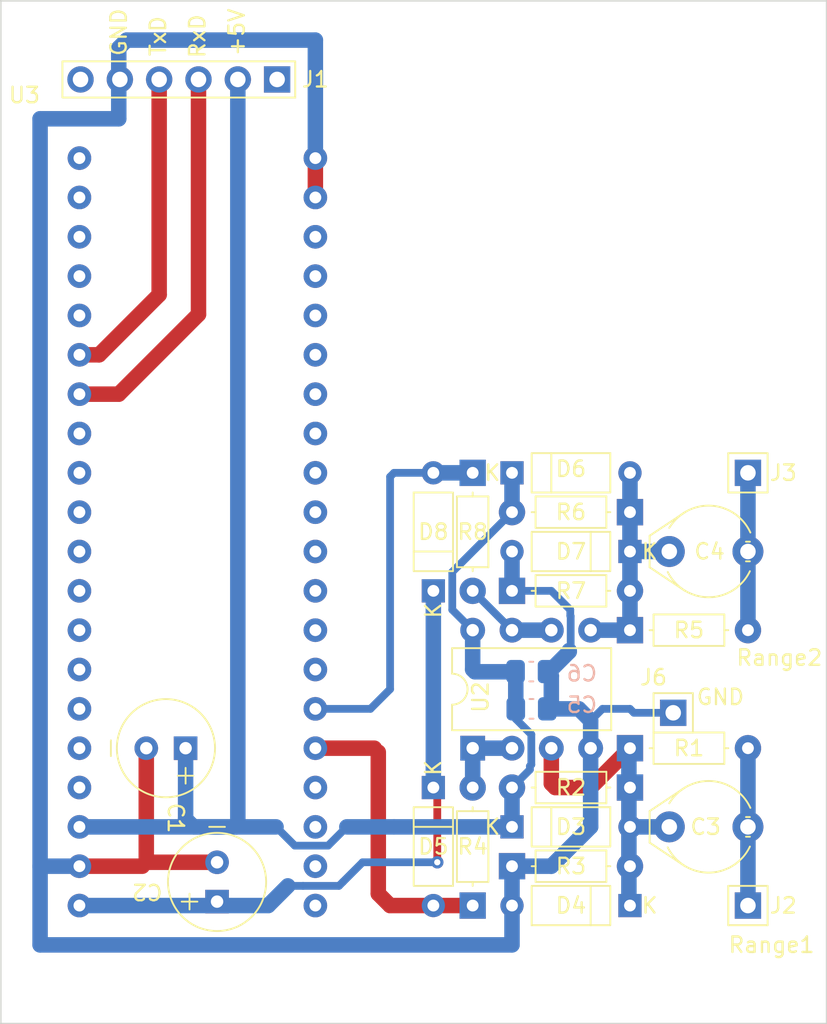
<source format=kicad_pcb>
(kicad_pcb (version 20211014) (generator pcbnew)
  (layers (0 "F.Cu" signal) (1 "In1.Cu" signal) (2 "In2.Cu" signal) (31 "B.Cu" signal) (34 "B.Paste" user) (35 "F.Paste" user) (36 "B.SilkS" user "B.Silkscreen") (37 "F.SilkS" user "F.Silkscreen") (38 "B.Mask" user) (39 "F.Mask" user) (44 "Edge.Cuts" user))
  (net 0 "")
  (net 1 "5V")
  (net 2 "GND")
  (net 3 "3V3")
  (net 4 "RxD")
  (net 5 "TxD")
  (net 25 "RANGE1")
  (net 36 "Net-(C3-Pad1)")
  (net 37 "Net-(C4-Pad1)")
  (net 38 "RANGE2")
  (net 39 "Net-(C3-Pad2)")
  (net 40 "Net-(C4-Pad2)")
  (net 43 "RANGE3")
  (net 44 "Net-(R4-Pad2)")
  (net 45 "Net-(R8-Pad2)")
  (net 46 "RANGE4")
  (footprint "dvhx-kicad-library-2:R_0.25W" (layer "F.Cu") (at 185.42 71.12)
    (fp_text reference "R1" (at 3.81 0 unlocked) (layer "F.SilkS"))
    (fp_text value "5M6" hide)
    (fp_line (start 1.524 0) (end 1.524 -1.016) (layer "F.SilkS") (width 0.12))
    (fp_line (start 6.096 0) (end 6.096 1.016) (layer "F.SilkS") (width 0.12))
    (fp_line (start 1.524 1.016) (end 1.524 0) (layer "F.SilkS") (width 0.12))
    (fp_line (start 6.096 -1.016) (end 6.096 0) (layer "F.SilkS") (width 0.12))
    (fp_line (start 6.096 0) (end 6.35 0) (layer "F.SilkS") (width 0.12))
    (fp_line (start 1.524 -1.016) (end 6.096 -1.016) (layer "F.SilkS") (width 0.12))
    (fp_line (start 6.096 1.016) (end 1.524 1.016) (layer "F.SilkS") (width 0.12))
    (fp_line (start 1.27 0) (end 1.524 0) (layer "F.SilkS") (width 0.12))
    (pad "1" thru_hole rect (at 0 0 90) (size 1.7 1.7) (drill 0.762) (layers *.Cu *.Mask) (net 39 "Net-(C3-Pad2)"))
    (pad "2" thru_hole oval (at 7.62 0 90) (size 1.7 1.7) (drill 0.762) (layers *.Cu *.Mask) (net 36 "Net-(C3-Pad1)"))
  )
  (footprint "dvhx-kicad-library-2:Header_1x1_male_upright" (layer "F.Cu") (at 193.04 53.34 -90)
    (fp_text reference "J3" (at 0 -2.286 unlocked) (layer "F.SilkS"))
    (fp_text value "Header_1x1_male" hide)
    (fp_line (start -1.27 -1.27) (end 1.27 -1.27) (layer "F.SilkS") (width 0.12))
    (fp_line (start 1.27 1.27) (end -1.27 1.27) (layer "F.SilkS") (width 0.12))
    (fp_line (start -1.27 1.27) (end -1.27 -1.27) (layer "F.SilkS") (width 0.12))
    (fp_line (start 1.27 -1.27) (end 1.27 1.27) (layer "F.SilkS") (width 0.12))
    (pad "1" thru_hole rect (at 0 0 270) (size 1.7 1.7) (drill 1) (layers *.Cu *.Mask) (net 37 "Net-(C4-Pad1)"))
  )
  (footprint "dvhx-kicad-library-2:Header_1x1_male_upright" (layer "F.Cu") (at 188.214 68.834)
    (fp_text reference "J6" (at -1.27 -2.286 unlocked) (layer "F.SilkS"))
    (fp_text value "Header_1x1_male" hide)
    (fp_line (start 1.27 1.27) (end -1.27 1.27) (layer "F.SilkS") (width 0.12))
    (fp_line (start -1.27 -1.27) (end 1.27 -1.27) (layer "F.SilkS") (width 0.12))
    (fp_line (start -1.27 1.27) (end -1.27 -1.27) (layer "F.SilkS") (width 0.12))
    (fp_line (start 1.27 -1.27) (end 1.27 1.27) (layer "F.SilkS") (width 0.12))
    (pad "1" thru_hole rect (at 0 0) (size 1.7 1.7) (drill 1) (layers *.Cu *.Mask) (net 2 "GND"))
  )
  (footprint "dvhx-kicad-library-2:R_0.25W" (layer "F.Cu") (at 185.42 73.66 180)
    (fp_text reference "R2" (at 3.81 0 unlocked) (layer "F.SilkS"))
    (fp_text value "2M2" hide)
    (fp_line (start 6.096 0) (end 6.35 0) (layer "F.SilkS") (width 0.12))
    (fp_line (start 6.096 1.016) (end 1.524 1.016) (layer "F.SilkS") (width 0.12))
    (fp_line (start 1.27 0) (end 1.524 0) (layer "F.SilkS") (width 0.12))
    (fp_line (start 1.524 0) (end 1.524 -1.016) (layer "F.SilkS") (width 0.12))
    (fp_line (start 1.524 1.016) (end 1.524 0) (layer "F.SilkS") (width 0.12))
    (fp_line (start 6.096 -1.016) (end 6.096 0) (layer "F.SilkS") (width 0.12))
    (fp_line (start 1.524 -1.016) (end 6.096 -1.016) (layer "F.SilkS") (width 0.12))
    (fp_line (start 6.096 0) (end 6.096 1.016) (layer "F.SilkS") (width 0.12))
    (pad "1" thru_hole rect (at 0 0 270) (size 1.7 1.7) (drill 0.762) (layers *.Cu *.Mask) (net 39 "Net-(C3-Pad2)"))
    (pad "2" thru_hole oval (at 7.62 0 270) (size 1.7 1.7) (drill 0.762) (layers *.Cu *.Mask) (net 1 "5V"))
  )
  (footprint "dvhx-kicad-library-2:D_DO-41" (layer "F.Cu") (at 181.61 58.42 90)
    (fp_text reference "D7" (at 0 0) (layer "F.SilkS"))
    (fp_text value "1N914")
    (fp_text user "K" (at 0 5.08) (layer "F.SilkS"))
    (fp_line (start -1.27 1.27) (end 1.27 1.27) (layer "F.SilkS") (width 0.12))
    (fp_rect (start -1.27 -2.54) (end 1.27 2.54) (layer "F.SilkS") (width 0.12) (fill none))
    (pad "A" thru_hole oval (at 0 -3.81 180) (size 1.5 1.5) (drill 0.762) (layers *.Cu *.Mask) (net 2 "GND"))
    (pad "K" thru_hole rect (at 0 3.81 180) (size 1.5 1.5) (drill 0.762) (layers *.Cu *.Mask) (net 40 "Net-(C4-Pad2)"))
  )
  (footprint "dvhx-kicad-library-2:R_0.25W" (layer "F.Cu") (at 175.26 53.34 -90)
    (fp_text reference "R8" (at 3.81 0 unlocked) (layer "F.SilkS"))
    (fp_text value "150" hide)
    (fp_line (start 6.096 -1.016) (end 6.096 0) (layer "F.SilkS") (width 0.12))
    (fp_line (start 1.27 0) (end 1.524 0) (layer "F.SilkS") (width 0.12))
    (fp_line (start 6.096 0) (end 6.35 0) (layer "F.SilkS") (width 0.12))
    (fp_line (start 1.524 1.016) (end 1.524 0) (layer "F.SilkS") (width 0.12))
    (fp_line (start 6.096 0) (end 6.096 1.016) (layer "F.SilkS") (width 0.12))
    (fp_line (start 6.096 1.016) (end 1.524 1.016) (layer "F.SilkS") (width 0.12))
    (fp_line (start 1.524 0) (end 1.524 -1.016) (layer "F.SilkS") (width 0.12))
    (fp_line (start 1.524 -1.016) (end 6.096 -1.016) (layer "F.SilkS") (width 0.12))
    (pad "1" thru_hole rect (at 0 0) (size 1.7 1.7) (drill 0.762) (layers *.Cu *.Mask) (net 38 "RANGE2"))
    (pad "2" thru_hole oval (at 7.62 0) (size 1.7 1.7) (drill 0.762) (layers *.Cu *.Mask) (net 45 "Net-(R8-Pad2)"))
  )
  (footprint "dvhx-kicad-library-2:R_0.25W" (layer "F.Cu") (at 185.42 55.88 180)
    (fp_text reference "R6" (at 3.81 0 unlocked) (layer "F.SilkS"))
    (fp_text value "8M2" hide)
    (fp_line (start 1.524 -1.016) (end 6.096 -1.016) (layer "F.SilkS") (width 0.12))
    (fp_line (start 6.096 1.016) (end 1.524 1.016) (layer "F.SilkS") (width 0.12))
    (fp_line (start 1.27 0) (end 1.524 0) (layer "F.SilkS") (width 0.12))
    (fp_line (start 6.096 0) (end 6.096 1.016) (layer "F.SilkS") (width 0.12))
    (fp_line (start 1.524 0) (end 1.524 -1.016) (layer "F.SilkS") (width 0.12))
    (fp_line (start 1.524 1.016) (end 1.524 0) (layer "F.SilkS") (width 0.12))
    (fp_line (start 6.096 -1.016) (end 6.096 0) (layer "F.SilkS") (width 0.12))
    (fp_line (start 6.096 0) (end 6.35 0) (layer "F.SilkS") (width 0.12))
    (pad "1" thru_hole rect (at 0 0 270) (size 1.7 1.7) (drill 0.762) (layers *.Cu *.Mask) (net 40 "Net-(C4-Pad2)"))
    (pad "2" thru_hole oval (at 7.62 0 270) (size 1.7 1.7) (drill 0.762) (layers *.Cu *.Mask) (net 1 "5V"))
  )
  (footprint "dvhx-kicad-library-2:D_DO-41" (layer "F.Cu") (at 172.72 77.47 180)
    (fp_text reference "D5" (at 0 0) (layer "F.SilkS"))
    (fp_text value "1N914")
    (fp_text user "K" (at 0 5.08 90) (layer "F.SilkS"))
    (fp_line (start -1.27 1.27) (end 1.27 1.27) (layer "F.SilkS") (width 0.12))
    (fp_rect (start -1.27 -2.54) (end 1.27 2.54) (layer "F.SilkS") (width 0.12) (fill none))
    (pad "A" thru_hole oval (at 0 -3.81 270) (size 1.5 1.5) (drill 0.762) (layers *.Cu *.Mask) (net 25 "RANGE1"))
    (pad "K" thru_hole rect (at 0 3.81 270) (size 1.5 1.5) (drill 0.762) (layers *.Cu *.Mask) (net 3 "3V3"))
  )
  (footprint "dvhx-kicad-library-2:R_0.25W" (layer "F.Cu") (at 185.42 63.5)
    (fp_text reference "R5" (at 3.81 0 unlocked) (layer "F.SilkS"))
    (fp_text value "1M" hide)
    (fp_line (start 6.096 -1.016) (end 6.096 0) (layer "F.SilkS") (width 0.12))
    (fp_line (start 1.27 0) (end 1.524 0) (layer "F.SilkS") (width 0.12))
    (fp_line (start 6.096 0) (end 6.35 0) (layer "F.SilkS") (width 0.12))
    (fp_line (start 6.096 0) (end 6.096 1.016) (layer "F.SilkS") (width 0.12))
    (fp_line (start 1.524 0) (end 1.524 -1.016) (layer "F.SilkS") (width 0.12))
    (fp_line (start 1.524 -1.016) (end 6.096 -1.016) (layer "F.SilkS") (width 0.12))
    (fp_line (start 1.524 1.016) (end 1.524 0) (layer "F.SilkS") (width 0.12))
    (fp_line (start 6.096 1.016) (end 1.524 1.016) (layer "F.SilkS") (width 0.12))
    (pad "1" thru_hole rect (at 0 0 90) (size 1.7 1.7) (drill 0.762) (layers *.Cu *.Mask) (net 40 "Net-(C4-Pad2)"))
    (pad "2" thru_hole oval (at 7.62 0 90) (size 1.7 1.7) (drill 0.762) (layers *.Cu *.Mask) (net 37 "Net-(C4-Pad1)"))
  )
  (footprint "dvhx-kicad-library-2:Header_1x1_male_upright" (layer "F.Cu") (at 193.04 81.28 -90)
    (fp_text reference "J2" (at 0 -2.286 unlocked) (layer "F.SilkS"))
    (fp_text value "Header_1x1_male" hide)
    (fp_line (start -1.27 1.27) (end -1.27 -1.27) (layer "F.SilkS") (width 0.12))
    (fp_line (start -1.27 -1.27) (end 1.27 -1.27) (layer "F.SilkS") (width 0.12))
    (fp_line (start 1.27 1.27) (end -1.27 1.27) (layer "F.SilkS") (width 0.12))
    (fp_line (start 1.27 -1.27) (end 1.27 1.27) (layer "F.SilkS") (width 0.12))
    (pad "1" thru_hole rect (at 0 0 270) (size 1.7 1.7) (drill 1) (layers *.Cu *.Mask) (net 36 "Net-(C3-Pad1)"))
  )
  (footprint "dvhx-kicad-library-2:D_DO-41" (layer "F.Cu") (at 181.61 53.34 -90)
    (fp_text reference "D6" (at -0.254 0) (layer "F.SilkS"))
    (fp_text value "1N914")
    (fp_text user "K" (at 0 5.08) (layer "F.SilkS"))
    (fp_line (start -1.27 1.27) (end 1.27 1.27) (layer "F.SilkS") (width 0.12))
    (fp_rect (start -1.27 -2.54) (end 1.27 2.54) (layer "F.SilkS") (width 0.12) (fill none))
    (pad "A" thru_hole oval (at 0 -3.81) (size 1.5 1.5) (drill 0.762) (layers *.Cu *.Mask) (net 40 "Net-(C4-Pad2)"))
    (pad "K" thru_hole rect (at 0 3.81) (size 1.5 1.5) (drill 0.762) (layers *.Cu *.Mask) (net 1 "5V"))
  )
  (footprint "dvhx-kicad-library-2:R_0.25W" (layer "F.Cu") (at 177.8 78.74)
    (fp_text reference "R3" (at 3.81 0 unlocked) (layer "F.SilkS"))
    (fp_text value "1M" hide)
    (fp_line (start 6.096 0) (end 6.35 0) (layer "F.SilkS") (width 0.12))
    (fp_line (start 1.27 0) (end 1.524 0) (layer "F.SilkS") (width 0.12))
    (fp_line (start 1.524 0) (end 1.524 -1.016) (layer "F.SilkS") (width 0.12))
    (fp_line (start 6.096 -1.016) (end 6.096 0) (layer "F.SilkS") (width 0.12))
    (fp_line (start 6.096 0) (end 6.096 1.016) (layer "F.SilkS") (width 0.12))
    (fp_line (start 1.524 -1.016) (end 6.096 -1.016) (layer "F.SilkS") (width 0.12))
    (fp_line (start 1.524 1.016) (end 1.524 0) (layer "F.SilkS") (width 0.12))
    (fp_line (start 6.096 1.016) (end 1.524 1.016) (layer "F.SilkS") (width 0.12))
    (pad "1" thru_hole rect (at 0 0 90) (size 1.7 1.7) (drill 0.762) (layers *.Cu *.Mask) (net 2 "GND"))
    (pad "2" thru_hole oval (at 7.62 0 90) (size 1.7 1.7) (drill 0.762) (layers *.Cu *.Mask) (net 39 "Net-(C3-Pad2)"))
  )
  (footprint "dvhx-kicad-library-2:C_variable" (layer "F.Cu") (at 193.04 58.42 -90)
    (fp_text reference "C4" (at 0 3.556 unlocked) (layer "F.SilkS") (effects (justify left)))
    (fp_text value "5p")
    (fp_line (start 0.635 0.127) (end 0.635 -0.127) (layer "F.SilkS") (width 0.12))
    (fp_line (start -1.016 6.35) (end -2.54 4.064) (layer "F.SilkS") (width 0.12))
    (fp_line (start 1.016 6.35) (end 2.54 4.064) (layer "F.SilkS") (width 0.12))
    (fp_line (start -1.016 6.35) (end 1.016 6.35) (layer "F.SilkS") (width 0.12))
    (fp_line (start -0.635 0.127) (end -0.635 -0.127) (layer "F.SilkS") (width 0.12))
    (fp_arc (start -1.524 5.08) (mid -2.95733 2.371559) (end -1.225735 -0.156617) (layer "F.SilkS") (width 0.12))
    (fp_arc (start 1.27 -0.126999) (mid 2.953807 2.511601) (end 1.321044 5.182088) (layer "F.SilkS") (width 0.12))
    (pad "1" thru_hole circle (at 0 0 270) (size 2 2) (drill 1) (layers *.Cu *.Mask) (net 37 "Net-(C4-Pad1)"))
    (pad "2" thru_hole circle (at 0 5.08 270) (size 2 2) (drill 1) (layers *.Cu *.Mask) (net 40 "Net-(C4-Pad2)"))
  )
  (footprint "dvhx-kicad-library-2:C_variable" (layer "F.Cu") (at 193.04 76.2 -90)
    (fp_text reference "C3" (at 0 3.81 unlocked) (layer "F.SilkS") (effects (justify left)))
    (fp_text value "5p")
    (fp_line (start -1.016 6.35) (end 1.016 6.35) (layer "F.SilkS") (width 0.12))
    (fp_line (start -1.016 6.35) (end -2.54 4.064) (layer "F.SilkS") (width 0.12))
    (fp_line (start 0.635 0.127) (end 0.635 -0.127) (layer "F.SilkS") (width 0.12))
    (fp_line (start 1.016 6.35) (end 2.54 4.064) (layer "F.SilkS") (width 0.12))
    (fp_line (start -0.635 0.127) (end -0.635 -0.127) (layer "F.SilkS") (width 0.12))
    (fp_arc (start -1.524 5.08) (mid -2.95733 2.371559) (end -1.225735 -0.156617) (layer "F.SilkS") (width 0.12))
    (fp_arc (start 1.27 -0.126999) (mid 2.953807 2.511601) (end 1.321044 5.182088) (layer "F.SilkS") (width 0.12))
    (pad "1" thru_hole circle (at 0 0 270) (size 2 2) (drill 1) (layers *.Cu *.Mask) (net 36 "Net-(C3-Pad1)"))
    (pad "2" thru_hole circle (at 0 5.08 270) (size 2 2) (drill 1) (layers *.Cu *.Mask) (net 39 "Net-(C3-Pad2)"))
  )
  (footprint "dvhx-kicad-library-2:R_0.25W" (layer "F.Cu") (at 175.26 81.28 90)
    (fp_text reference "R4" (at 3.81 0 unlocked) (layer "F.SilkS"))
    (fp_text value "150" hide)
    (fp_line (start 1.524 0) (end 1.524 -1.016) (layer "F.SilkS") (width 0.12))
    (fp_line (start 6.096 1.016) (end 1.524 1.016) (layer "F.SilkS") (width 0.12))
    (fp_line (start 6.096 0) (end 6.096 1.016) (layer "F.SilkS") (width 0.12))
    (fp_line (start 1.524 -1.016) (end 6.096 -1.016) (layer "F.SilkS") (width 0.12))
    (fp_line (start 6.096 0) (end 6.35 0) (layer "F.SilkS") (width 0.12))
    (fp_line (start 1.524 1.016) (end 1.524 0) (layer "F.SilkS") (width 0.12))
    (fp_line (start 1.27 0) (end 1.524 0) (layer "F.SilkS") (width 0.12))
    (fp_line (start 6.096 -1.016) (end 6.096 0) (layer "F.SilkS") (width 0.12))
    (pad "1" thru_hole rect (at 0 0 180) (size 1.7 1.7) (drill 0.762) (layers *.Cu *.Mask) (net 25 "RANGE1"))
    (pad "2" thru_hole oval (at 7.62 0 180) (size 1.7 1.7) (drill 0.762) (layers *.Cu *.Mask) (net 44 "Net-(R4-Pad2)"))
  )
  (footprint "Package_DIP:DIP-8_W7.62mm" (layer "F.Cu") (at 175.26 71.12 90)
    (fp_text reference "U2" (at 3.302 0.508 90) (layer "F.SilkS"))
    (fp_text value "LM358")
    (fp_line (start 6.46 8.95) (end 6.46 -1.33) (layer "F.SilkS") (width 0.12))
    (fp_line (start 6.46 -1.33) (end 4.81 -1.33) (layer "F.SilkS") (width 0.12))
    (fp_line (start 1.16 -1.33) (end 1.16 8.95) (layer "F.SilkS") (width 0.12))
    (fp_line (start 2.81 -1.33) (end 1.16 -1.33) (layer "F.SilkS") (width 0.12))
    (fp_line (start 1.16 8.95) (end 6.46 8.95) (layer "F.SilkS") (width 0.12))
    (fp_arc (start 4.81 -1.33) (mid 3.81 -0.33) (end 2.81 -1.33) (layer "F.SilkS") (width 0.12))
    (pad "1" thru_hole rect (at 0 0 90) (size 1.6 1.6) (drill 0.8) (layers *.Cu *.Mask) (net 44 "Net-(R4-Pad2)"))
    (pad "2" thru_hole oval (at 0 2.54 90) (size 1.6 1.6) (drill 0.8) (layers *.Cu *.Mask) (net 44 "Net-(R4-Pad2)"))
    (pad "3" thru_hole oval (at 0 5.08 90) (size 1.6 1.6) (drill 0.8) (layers *.Cu *.Mask) (net 39 "Net-(C3-Pad2)"))
    (pad "4" thru_hole oval (at 0 7.62 90) (size 1.6 1.6) (drill 0.8) (layers *.Cu *.Mask) (net 2 "GND"))
    (pad "5" thru_hole oval (at 7.62 7.62 90) (size 1.6 1.6) (drill 0.8) (layers *.Cu *.Mask) (net 40 "Net-(C4-Pad2)"))
    (pad "6" thru_hole oval (at 7.62 5.08 90) (size 1.6 1.6) (drill 0.8) (layers *.Cu *.Mask) (net 45 "Net-(R8-Pad2)"))
    (pad "7" thru_hole oval (at 7.62 2.54 90) (size 1.6 1.6) (drill 0.8) (layers *.Cu *.Mask) (net 45 "Net-(R8-Pad2)"))
    (pad "8" thru_hole oval (at 7.62 0 90) (size 1.6 1.6) (drill 0.8) (layers *.Cu *.Mask) (net 1 "5V"))
  )
  (footprint "dvhx-kicad-library-2:D_DO-41" (layer "F.Cu") (at 181.61 76.2 -90)
    (fp_text reference "D3" (at 0 0 180) (layer "F.SilkS"))
    (fp_text value "1N914")
    (fp_text user "K" (at 0 5.08) (layer "F.SilkS"))
    (fp_line (start -1.27 1.27) (end 1.27 1.27) (layer "F.SilkS") (width 0.12))
    (fp_rect (start -1.27 -2.54) (end 1.27 2.54) (layer "F.SilkS") (width 0.12) (fill none))
    (pad "A" thru_hole oval (at 0 -3.81) (size 1.5 1.5) (drill 0.762) (layers *.Cu *.Mask) (net 39 "Net-(C3-Pad2)"))
    (pad "K" thru_hole rect (at 0 3.81) (size 1.5 1.5) (drill 0.762) (layers *.Cu *.Mask) (net 1 "5V"))
  )
  (footprint "dvhx-kicad-library-2:D_DO-41" (layer "F.Cu") (at 181.61 81.28 90)
    (fp_text reference "D4" (at 0 0) (layer "F.SilkS"))
    (fp_text value "1N914")
    (fp_text user "K" (at 0 5.08) (layer "F.SilkS"))
    (fp_line (start -1.27 1.27) (end 1.27 1.27) (layer "F.SilkS") (width 0.12))
    (fp_rect (start -1.27 -2.54) (end 1.27 2.54) (layer "F.SilkS") (width 0.12) (fill none))
    (pad "A" thru_hole oval (at 0 -3.81 180) (size 1.5 1.5) (drill 0.762) (layers *.Cu *.Mask) (net 2 "GND"))
    (pad "K" thru_hole rect (at 0 3.81 180) (size 1.5 1.5) (drill 0.762) (layers *.Cu *.Mask) (net 39 "Net-(C3-Pad2)"))
  )
  (footprint "dvhx-kicad-library-2:BluePill_STM32F103C8T6" (layer "F.Cu") (at 149.86 33.02)
    (fp_text reference "U3" (at -3.556 -4.064 unlocked) (layer "F.SilkS"))
    (fp_text value "BluePill_STM32F103C8T6")
    (pad "1" thru_hole circle (at 0 0) (size 1.524 1.524) (drill 0.762) (layers *.Cu *.Mask))
    (pad "2" thru_hole circle (at 0 2.54) (size 1.524 1.524) (drill 0.762) (layers *.Cu *.Mask))
    (pad "3" thru_hole circle (at 0 5.08) (size 1.524 1.524) (drill 0.762) (layers *.Cu *.Mask))
    (pad "4" thru_hole circle (at 0 7.62) (size 1.524 1.524) (drill 0.762) (layers *.Cu *.Mask))
    (pad "5" thru_hole circle (at 0 10.16) (size 1.524 1.524) (drill 0.762) (layers *.Cu *.Mask))
    (pad "6" thru_hole circle (at 0 12.7) (size 1.524 1.524) (drill 0.762) (layers *.Cu *.Mask) (net 5 "TxD"))
    (pad "7" thru_hole circle (at 0 15.24) (size 1.524 1.524) (drill 0.762) (layers *.Cu *.Mask) (net 4 "RxD"))
    (pad "8" thru_hole circle (at 0 17.78) (size 1.524 1.524) (drill 0.762) (layers *.Cu *.Mask))
    (pad "9" thru_hole circle (at 0 20.32) (size 1.524 1.524) (drill 0.762) (layers *.Cu *.Mask))
    (pad "10" thru_hole circle (at 0 22.86) (size 1.524 1.524) (drill 0.762) (layers *.Cu *.Mask))
    (pad "11" thru_hole circle (at 0 25.4) (size 1.524 1.524) (drill 0.762) (layers *.Cu *.Mask))
    (pad "12" thru_hole circle (at 0 27.94) (size 1.524 1.524) (drill 0.762) (layers *.Cu *.Mask))
    (pad "13" thru_hole circle (at 0 30.48) (size 1.524 1.524) (drill 0.762) (layers *.Cu *.Mask))
    (pad "14" thru_hole circle (at 0 33.02) (size 1.524 1.524) (drill 0.762) (layers *.Cu *.Mask))
    (pad "15" thru_hole circle (at 0 35.56) (size 1.524 1.524) (drill 0.762) (layers *.Cu *.Mask))
    (pad "16" thru_hole circle (at 0 38.1) (size 1.524 1.524) (drill 0.762) (layers *.Cu *.Mask))
    (pad "17" thru_hole circle (at 0 40.64) (size 1.524 1.524) (drill 0.762) (layers *.Cu *.Mask))
    (pad "18" thru_hole circle (at 0 43.18) (size 1.524 1.524) (drill 0.762) (layers *.Cu *.Mask) (net 1 "5V"))
    (pad "19" thru_hole circle (at 0 45.72) (size 1.524 1.524) (drill 0.762) (layers *.Cu *.Mask) (net 2 "GND"))
    (pad "20" thru_hole circle (at 0 48.26) (size 1.524 1.524) (drill 0.762) (layers *.Cu *.Mask) (net 3 "3V3"))
    (pad "21" thru_hole circle (at 15.24 48.26) (size 1.524 1.524) (drill 0.762) (layers *.Cu *.Mask))
    (pad "22" thru_hole circle (at 15.24 45.72) (size 1.524 1.524) (drill 0.762) (layers *.Cu *.Mask))
    (pad "23" thru_hole circle (at 15.24 43.18) (size 1.524 1.524) (drill 0.762) (layers *.Cu *.Mask))
    (pad "24" thru_hole circle (at 15.24 40.64) (size 1.524 1.524) (drill 0.762) (layers *.Cu *.Mask))
    (pad "25" thru_hole circle (at 15.24 38.1) (size 1.524 1.524) (drill 0.762) (layers *.Cu *.Mask) (net 25 "RANGE1"))
    (pad "26" thru_hole circle (at 15.24 35.56) (size 1.524 1.524) (drill 0.762) (layers *.Cu *.Mask) (net 38 "RANGE2"))
    (pad "27" thru_hole circle (at 15.24 33.02) (size 1.524 1.524) (drill 0.762) (layers *.Cu *.Mask) (net 43 "RANGE3"))
    (pad "28" thru_hole circle (at 15.24 30.48) (size 1.524 1.524) (drill 0.762) (layers *.Cu *.Mask) (net 46 "RANGE4"))
    (pad "29" thru_hole circle (at 15.24 27.94) (size 1.524 1.524) (drill 0.762) (layers *.Cu *.Mask))
    (pad "30" thru_hole circle (at 15.24 25.4) (size 1.524 1.524) (drill 0.762) (layers *.Cu *.Mask))
    (pad "31" thru_hole circle (at 15.24 22.86) (size 1.524 1.524) (drill 0.762) (layers *.Cu *.Mask))
    (pad "32" thru_hole circle (at 15.24 20.32) (size 1.524 1.524) (drill 0.762) (layers *.Cu *.Mask))
    (pad "33" thru_hole circle (at 15.24 17.78) (size 1.524 1.524) (drill 0.762) (layers *.Cu *.Mask))
    (pad "34" thru_hole circle (at 15.24 15.24) (size 1.524 1.524) (drill 0.762) (layers *.Cu *.Mask))
    (pad "35" thru_hole circle (at 15.24 12.7) (size 1.524 1.524) (drill 0.762) (layers *.Cu *.Mask))
    (pad "36" thru_hole circle (at 15.24 10.16) (size 1.524 1.524) (drill 0.762) (layers *.Cu *.Mask))
    (pad "37" thru_hole circle (at 15.24 7.62) (size 1.524 1.524) (drill 0.762) (layers *.Cu *.Mask))
    (pad "38" thru_hole circle (at 15.24 5.08) (size 1.524 1.524) (drill 0.762) (layers *.Cu *.Mask))
    (pad "39" thru_hole circle (at 15.24 2.54) (size 1.524 1.524) (drill 0.762) (layers *.Cu *.Mask) (net 2 "GND"))
    (pad "40" thru_hole circle (at 15.24 0) (size 1.524 1.524) (drill 0.762) (layers *.Cu *.Mask) (net 2 "GND"))
  )
  (footprint "dvhx-kicad-library-2:Header_1x6_male_upright" (layer "F.Cu") (at 162.630735 27.94 180)
    (fp_text reference "J1" (at -2.469265 0 unlocked) (layer "F.SilkS"))
    (fp_text value "Header_1x6_male" hide)
    (fp_rect (start -1.1684 -1.1684) (end 13.8684 1.1684) (layer "F.SilkS") (width 0.12) (fill none))
    (pad "1" thru_hole rect (at 0 0 270) (size 1.7 1.7) (drill 1) (layers *.Cu *.Mask))
    (pad "2" thru_hole oval (at 2.54 0 270) (size 1.7 1.7) (drill 1) (layers *.Cu *.Mask) (net 1 "5V"))
    (pad "3" thru_hole oval (at 5.08 0 270) (size 1.7 1.7) (drill 1) (layers *.Cu *.Mask) (net 4 "RxD"))
    (pad "4" thru_hole oval (at 7.62 0 270) (size 1.7 1.7) (drill 1) (layers *.Cu *.Mask) (net 5 "TxD"))
    (pad "5" thru_hole oval (at 10.16 0 270) (size 1.7 1.7) (drill 1) (layers *.Cu *.Mask) (net 2 "GND"))
    (pad "6" thru_hole oval (at 12.7 0 270) (size 1.7 1.7) (drill 1) (layers *.Cu *.Mask))
  )
  (footprint "dvhx-kicad-library-2:C_polarized_D6.35mm_H5.65mm_P2.54mm" (layer "F.Cu") (at 155.448 71.12 -90)
    (fp_text reference "C1" (at 3.429 -0.635 -90 unlocked) (layer "F.SilkS") (effects (justify left)))
    (fp_text value "220u")
    (fp_line (start 1.778 -1.778) (end 1.778 -0.762) (layer "F.SilkS") (width 0.12))
    (fp_line (start 2.286 -1.27) (end 1.27 -1.27) (layer "F.SilkS") (width 0.12))
    (fp_line (start 0.508 3.556) (end -0.508 3.556) (layer "F.SilkS") (width 0.12))
    (fp_circle (center 0 0) (end 0 3.17) (layer "F.SilkS") (width 0.12) (fill none))
    (pad "N" thru_hole circle (at 0 1.27 180) (size 1.524 1.524) (drill 0.8) (layers *.Cu *.Mask) (net 2 "GND"))
    (pad "P" thru_hole rect (at 0 -1.27 180) (size 1.524 1.524) (drill 0.8) (layers *.Cu *.Mask) (net 1 "5V"))
  )
  (footprint "dvhx-kicad-library-2:C_polarized_D6.35mm_H5.65mm_P2.54mm" (layer "F.Cu") (at 158.75 79.756 180)
    (fp_text reference "C2" (at 3.429 -0.635 180 unlocked) (layer "F.SilkS") (effects (justify left)))
    (fp_text value "33u")
    (fp_line (start 2.286 -1.27) (end 1.27 -1.27) (layer "F.SilkS") (width 0.12))
    (fp_line (start 1.778 -1.778) (end 1.778 -0.762) (layer "F.SilkS") (width 0.12))
    (fp_line (start 0.508 3.556) (end -0.508 3.556) (layer "F.SilkS") (width 0.12))
    (fp_circle (center 0 0) (end 0 3.17) (layer "F.SilkS") (width 0.12) (fill none))
    (pad "N" thru_hole circle (at 0 1.27 90) (size 1.524 1.524) (drill 0.8) (layers *.Cu *.Mask) (net 2 "GND"))
    (pad "P" thru_hole rect (at 0 -1.27 90) (size 1.524 1.524) (drill 0.8) (layers *.Cu *.Mask) (net 3 "3V3"))
  )
  (footprint "dvhx-kicad-library-2:D_DO-41" (layer "F.Cu") (at 172.72 57.15)
    (fp_text reference "D8" (at 0 0) (layer "F.SilkS"))
    (fp_text value "1N914")
    (fp_text user "K" (at 0 5.08 90) (layer "F.SilkS"))
    (fp_line (start -1.27 1.27) (end 1.27 1.27) (layer "F.SilkS") (width 0.12))
    (fp_rect (start -1.27 -2.54) (end 1.27 2.54) (layer "F.SilkS") (width 0.12) (fill none))
    (pad "A" thru_hole oval (at 0 -3.81 90) (size 1.5 1.5) (drill 0.762) (layers *.Cu *.Mask) (net 38 "RANGE2"))
    (pad "K" thru_hole rect (at 0 3.81 90) (size 1.5 1.5) (drill 0.762) (layers *.Cu *.Mask) (net 3 "3V3"))
  )
  (footprint "dvhx-kicad-library-2:R_0.25W" (layer "F.Cu") (at 177.8 60.96)
    (fp_text reference "R7" (at 3.81 0 unlocked) (layer "F.SilkS"))
    (fp_text value "1M" hide)
    (fp_line (start 1.524 -1.016) (end 6.096 -1.016) (layer "F.SilkS") (width 0.12))
    (fp_line (start 1.524 1.016) (end 1.524 0) (layer "F.SilkS") (width 0.12))
    (fp_line (start 1.524 0) (end 1.524 -1.016) (layer "F.SilkS") (width 0.12))
    (fp_line (start 1.27 0) (end 1.524 0) (layer "F.SilkS") (width 0.12))
    (fp_line (start 6.096 -1.016) (end 6.096 0) (layer "F.SilkS") (width 0.12))
    (fp_line (start 6.096 0) (end 6.096 1.016) (layer "F.SilkS") (width 0.12))
    (fp_line (start 6.096 0) (end 6.35 0) (layer "F.SilkS") (width 0.12))
    (fp_line (start 6.096 1.016) (end 1.524 1.016) (layer "F.SilkS") (width 0.12))
    (pad "1" thru_hole rect (at 0 0 90) (size 1.7 1.7) (drill 0.762) (layers *.Cu *.Mask) (net 2 "GND"))
    (pad "2" thru_hole oval (at 7.62 0 90) (size 1.7 1.7) (drill 0.762) (layers *.Cu *.Mask) (net 40 "Net-(C4-Pad2)"))
  )
  (footprint "dvhx-kicad-library-2:C_0805" (layer "B.Cu") (at 179.047512 66.172562 -90)
    (fp_text reference "C6" (at 0.121438 -4.340488 unlocked) (layer "B.SilkS") (effects (justify left mirror)))
    (fp_text value "10u")
    (fp_line (start -0.635 -0.127) (end -0.635 0.127) (layer "B.SilkS") (width 0.12))
    (fp_line (start 0.635 -0.127) (end 0.635 0.127) (layer "B.SilkS") (width 0.12))
    (pad "1" smd roundrect (at 0 1.016 180) (size 1.2 1.5) (layers "B.Cu" "B.Paste" "B.Mask") (net 1 "5V"))
    (pad "2" smd roundrect (at 0 -1.016 180) (size 1.2 1.5) (layers "B.Cu" "B.Paste" "B.Mask") (net 2 "GND"))
  )
  (footprint "dvhx-kicad-library-2:C_0805" (layer "B.Cu") (at 179.06 68.58 -90)
    (fp_text reference "C5" (at -0.254 -4.328 unlocked) (layer "B.SilkS") (effects (justify left mirror)))
    (fp_text value "100n")
    (fp_line (start -0.635 -0.127) (end -0.635 0.127) (layer "B.SilkS") (width 0.12))
    (fp_line (start 0.635 -0.127) (end 0.635 0.127) (layer "B.SilkS") (width 0.12))
    (pad "1" smd roundrect (at 0 1.016 180) (size 1.2 1.5) (layers "B.Cu" "B.Paste" "B.Mask") (net 1 "5V"))
    (pad "2" smd roundrect (at 0 -1.016 180) (size 1.2 1.5) (layers "B.Cu" "B.Paste" "B.Mask") (net 2 "GND"))
  )
  (gr_rect (start 144.78 22.86) (end 198.12 88.9) (layer "Edge.Cuts") (width 0.1) (fill none))
  (gr_text "GND" (at 152.4 24.892 90) (layer "F.SilkS") (effects (font (size 1 1))))
  (gr_text "TxD" (at 154.94 25.146 90) (layer "F.SilkS") (effects (font (size 1 1))))
  (gr_text "+5V" (at 160.02 24.892 90) (layer "F.SilkS") (effects (font (size 1 1))))
  (gr_text "Range1" (at 194.564 83.82) (layer "F.SilkS") (effects (font (size 1 1))))
  (gr_text "Range2" (at 195.072 65.278) (layer "F.SilkS") (effects (font (size 1 1))))
  (gr_text "GND" (at 191.262 67.818) (layer "F.SilkS") (effects (font (size 1 1))))
  (gr_text "RxD" (at 157.48 25.146 90) (layer "F.SilkS") (effects (font (size 1 1))))
  (segment (start 175.26 66.04) (end 175.40505 66.18505) (width 1) (layer "B.Cu") (net 1))
  (segment (start 170.18 76.2) (end 167.132 76.2) (width 1) (layer "B.Cu") (net 1))
  (segment (start 173.943215 62.183215) (end 175.26 63.5) (width 0.5) (layer "B.Cu") (net 1))
  (segment (start 163.771511 77.411511) (end 162.56 76.2) (width 0.5) (layer "B.Cu") (net 1))
  (segment (start 175.26 63.5) (end 175.26 66.04) (width 1) (layer "B.Cu") (net 1))
  (segment (start 178.957003 72.275261) (end 178.957003 72.502997) (width 0.5) (layer "B.Cu") (net 1))
  (segment (start 178.044 68.58) (end 178.044 66.18505) (width 1) (layer "B.Cu") (net 1))
  (segment (start 173.943215 59.736785) (end 173.943215 62.183215) (width 0.5) (layer "B.Cu") (net 1))
  (segment (start 156.718 71.12) (end 156.718 75.692) (width 1) (layer "B.Cu") (net 1))
  (segment (start 160.090735 76.129265) (end 160.02 76.2) (width 1) (layer "B.Cu") (net 1))
  (segment (start 177.8 76.2) (end 170.18 76.2) (width 1) (layer "B.Cu") (net 1))
  (segment (start 178.044 69.22974) (end 179.049511 70.235251) (width 0.5) (layer "B.Cu") (net 1))
  (segment (start 178.957003 72.502997) (end 177.8 73.66) (width 0.5) (layer "B.Cu") (net 1))
  (segment (start 177.8 73.66) (end 177.8 76.2) (width 1) (layer "B.Cu") (net 1))
  (segment (start 165.920489 77.411511) (end 163.771511 77.411511) (width 0.5) (layer "B.Cu") (net 1))
  (segment (start 179.049511 72.182753) (end 178.957003 72.275261) (width 0.5) (layer "B.Cu") (net 1))
  (segment (start 175.40505 66.18505) (end 178.044 66.18505) (width 1) (layer "B.Cu") (net 1))
  (segment (start 160.02 76.2) (end 162.56 76.2) (width 1) (layer "B.Cu") (net 1))
  (segment (start 149.86 76.2) (end 160.02 76.2) (width 1) (layer "B.Cu") (net 1))
  (segment (start 177.8 55.88) (end 173.943215 59.736785) (width 0.5) (layer "B.Cu") (net 1))
  (segment (start 178.044 66.18505) (end 178.031512 66.172562) (width 1) (layer "B.Cu") (net 1))
  (segment (start 179.049511 70.235251) (end 179.049511 72.182753) (width 0.5) (layer "B.Cu") (net 1))
  (segment (start 177.8 53.34) (end 177.8 55.88) (width 1) (layer "B.Cu") (net 1))
  (segment (start 178.044 68.58) (end 178.044 69.22974) (width 0.5) (layer "B.Cu") (net 1))
  (segment (start 167.132 76.2) (end 165.920489 77.411511) (width 0.5) (layer "B.Cu") (net 1))
  (segment (start 157.226 76.2) (end 160.02 76.2) (width 1) (layer "B.Cu") (net 1))
  (segment (start 156.718 75.692) (end 157.226 76.2) (width 1) (layer "B.Cu") (net 1))
  (segment (start 160.090735 27.94) (end 160.090735 76.129265) (width 1) (layer "B.Cu") (net 1))
  (segment (start 158.75 78.486) (end 154.178 78.486) (width 1) (layer "F.Cu") (net 2))
  (segment (start 154.178 71.12) (end 154.178 78.486) (width 1) (layer "F.Cu") (net 2))
  (segment (start 165.1 33.02) (end 165.1 35.56) (width 1) (layer "F.Cu") (net 2))
  (segment (start 153.924 78.74) (end 149.86 78.74) (width 1) (layer "F.Cu") (net 2))
  (segment (start 181.497003 64.882997) (end 181.497003 64.814937) (width 1) (layer "B.Cu") (net 2))
  (segment (start 180.34 66.44905) (end 180.135475 66.244525) (width 1) (layer "B.Cu") (net 2))
  (segment (start 180.34 68.58) (end 180.34 66.44905) (width 1) (layer "B.Cu") (net 2))
  (segment (start 183.642 68.58) (end 182.88 69.342) (width 0.5) (layer "B.Cu") (net 2))
  (segment (start 152.908 25.4) (end 152.4 25.908) (width 1) (layer "B.Cu") (net 2))
  (segment (start 182.88 71.12) (end 182.88 76.2) (width 1) (layer "B.Cu") (net 2))
  (segment (start 181.565062 62.185062) (end 181.565062 62.568988) (width 0.5) (layer "B.Cu") (net 2))
  (segment (start 185.674 68.834) (end 188.214 68.834) (width 0.5) (layer "B.Cu") (net 2))
  (segment (start 185.42 68.58) (end 183.642 68.58) (width 0.5) (layer "B.Cu") (net 2))
  (segment (start 177.8 58.42) (end 177.8 60.96) (width 1) (layer "B.Cu") (net 2))
  (segment (start 185.42 68.58) (end 185.674 68.834) (width 0.5) (layer "B.Cu") (net 2))
  (segment (start 147.32 83.82) (end 147.32 78.74) (width 1) (layer "B.Cu") (net 2))
  (segment (start 177.8 81.28) (end 177.8 83.82) (width 1) (layer "B.Cu") (net 2))
  (segment (start 149.86 78.74) (end 147.32 78.74) (width 1) (layer "B.Cu") (net 2))
  (segment (start 177.8 83.82) (end 147.32 83.82) (width 1) (layer "B.Cu") (net 2))
  (segment (start 181.565062 62.568988) (end 181.589511 62.593437) (width 0.5) (layer "B.Cu") (net 2))
  (segment (start 182.88 71.12) (end 182.88 69.342) (width 1) (layer "B.Cu") (net 2))
  (segment (start 152.4 25.908) (end 152.4 30.48) (width 1) (layer "B.Cu") (net 2))
  (segment (start 180.34 60.96) (end 181.565062 62.185062) (width 0.5) (layer "B.Cu") (net 2))
  (segment (start 180.34 78.74) (end 177.8 78.74) (width 1) (layer "B.Cu") (net 2))
  (segment (start 147.32 30.48) (end 152.4 30.48) (width 1) (layer "B.Cu") (net 2))
  (segment (start 177.8 78.74) (end 177.8 81.28) (width 1) (layer "B.Cu") (net 2))
  (segment (start 181.589511 64.722429) (end 181.497003 64.814937) (width 0.5) (layer "B.Cu") (net 2))
  (segment (start 180.135475 66.244525) (end 181.497003 64.882997) (width 1) (layer "B.Cu") (net 2))
  (segment (start 177.8 60.96) (end 180.34 60.96) (width 0.5) (layer "B.Cu") (net 2))
  (segment (start 165.1 25.4) (end 152.908 25.4) (width 1) (layer "B.Cu") (net 2))
  (segment (start 182.88 76.2) (end 180.34 78.74) (width 1) (layer "B.Cu") (net 2))
  (segment (start 182.118 68.58) (end 180.34 68.58) (width 1) (layer "B.Cu") (net 2))
  (segment (start 165.1 33.02) (end 165.1 25.4) (width 1) (layer "B.Cu") (net 2))
  (segment (start 181.589511 62.593437) (end 181.589511 64.722429) (width 0.5) (layer "B.Cu") (net 2))
  (segment (start 182.88 69.342) (end 182.118 68.58) (width 1) (layer "B.Cu") (net 2))
  (segment (start 147.32 78.74) (end 147.32 30.48) (width 1) (layer "B.Cu") (net 2))
  (segment (start 180.135475 66.244525) (end 180.063512 66.172562) (width 1) (layer "B.Cu") (net 2))
  (segment (start 172.974 78.486) (end 172.974 73.914) (width 0.5) (layer "F.Cu") (net 3))
  (via (at 172.974 78.486) (size 0.8) (drill 0.4) (layers "F.Cu" "B.Cu") (net 3))
  (segment (start 166.624 80.01) (end 166.878 79.756) (width 0.5) (layer "B.Cu") (net 3))
  (segment (start 163.322 80.01) (end 164.30311 80.01) (width 0.5) (layer "B.Cu") (net 3))
  (segment (start 162.052 81.28) (end 163.322 80.01) (width 1) (layer "B.Cu") (net 3))
  (segment (start 164.30311 80.01) (end 166.624 80.01) (width 0.5) (layer "B.Cu") (net 3))
  (segment (start 166.878 79.756) (end 168.148 78.486) (width 0.5) (layer "B.Cu") (net 3))
  (segment (start 149.86 81.28) (end 162.052 81.28) (width 1) (layer "B.Cu") (net 3))
  (segment (start 168.148 78.486) (end 172.974 78.486) (width 0.5) (layer "B.Cu") (net 3))
  (segment (start 172.72 60.96) (end 172.72 73.66) (width 1) (layer "B.Cu") (net 3))
  (segment (start 157.550735 27.94) (end 157.550735 43.109265) (width 1) (layer "F.Cu") (net 4))
  (segment (start 152.4 48.26) (end 149.86 48.26) (width 1) (layer "F.Cu") (net 4))
  (segment (start 157.550735 43.109265) (end 152.4 48.26) (width 1) (layer "F.Cu") (net 4))
  (segment (start 151.13 45.72) (end 149.86 45.72) (width 1) (layer "F.Cu") (net 5))
  (segment (start 155.010735 41.839265) (end 151.13 45.72) (width 1) (layer "F.Cu") (net 5))
  (segment (start 155.010735 27.94) (end 155.010735 41.839265) (width 1) (layer "F.Cu") (net 5))
  (segment (start 169.164 80.518) (end 169.164 71.374) (width 1) (layer "F.Cu") (net 25))
  (segment (start 172.72 81.28) (end 169.926 81.28) (width 1) (layer "F.Cu") (net 25))
  (segment (start 169.926 81.28) (end 169.164 80.518) (width 1) (layer "F.Cu") (net 25))
  (segment (start 175.26 81.28) (end 172.72 81.28) (width 1) (layer "F.Cu") (net 25))
  (segment (start 168.91 71.12) (end 165.1 71.12) (width 1) (layer "F.Cu") (net 25))
  (segment (start 193.04 71.12) (end 193.04 81.28) (width 1) (layer "B.Cu") (net 36))
  (segment (start 193.04 53.34) (end 193.04 63.5) (width 1) (layer "B.Cu") (net 37))
  (segment (start 169.926 67.31) (end 169.926 53.594) (width 0.5) (layer "B.Cu") (net 38))
  (segment (start 165.1 68.58) (end 168.656 68.58) (width 0.5) (layer "B.Cu") (net 38))
  (segment (start 169.926 53.594) (end 170.18 53.34) (width 0.5) (layer "B.Cu") (net 38))
  (segment (start 175.26 53.34) (end 172.72 53.34) (width 1) (layer "B.Cu") (net 38))
  (segment (start 170.18 53.34) (end 172.72 53.34) (width 0.5) (layer "B.Cu") (net 38))
  (segment (start 168.656 68.58) (end 169.926 67.31) (width 0.5) (layer "B.Cu") (net 38))
  (segment (start 180.34 71.12) (end 180.34 73.406) (width 1) (layer "F.Cu") (net 39))
  (segment (start 182.88 73.66) (end 185.42 71.12) (width 1) (layer "F.Cu") (net 39))
  (segment (start 180.594 73.66) (end 182.88 73.66) (width 1) (layer "F.Cu") (net 39))
  (segment (start 180.34 73.406) (end 180.594 73.66) (width 1) (layer "F.Cu") (net 39))
  (segment (start 185.349813 81.28) (end 185.349813 71.190187) (width 1) (layer "B.Cu") (net 39))
  (segment (start 187.96 76.2) (end 185.42 76.2) (width 1) (layer "B.Cu") (net 39))
  (segment (start 185.349813 71.190187) (end 185.42 71.12) (width 1) (layer "B.Cu") (net 39))
  (segment (start 185.42 63.5) (end 185.42 53.34) (width 1) (layer "B.Cu") (net 40))
  (segment (start 185.42 63.5) (end 182.88 63.5) (width 1) (layer "B.Cu") (net 40))
  (segment (start 187.96 58.42) (end 185.42 58.42) (width 1) (layer "B.Cu") (net 40))
  (segment (start 175.26 73.66) (end 175.26 71.12) (width 1) (layer "B.Cu") (net 44))
  (segment (start 177.8 71.12) (end 175.26 71.12) (width 1) (layer "B.Cu") (net 44))
  (segment (start 180.34 63.5) (end 177.8 63.5) (width 1) (layer "B.Cu") (net 45))
  (segment (start 175.26 60.96) (end 177.8 63.5) (width 0.5) (layer "B.Cu") (net 45))
)
</source>
